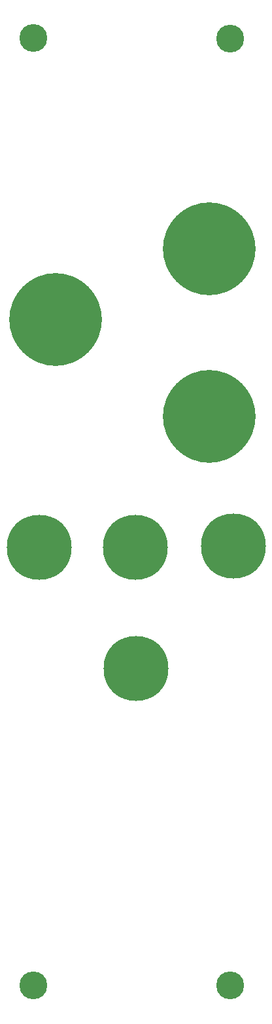
<source format=gbl>
G04 (created by PCBNEW-RS274X (2012-apr-16-27)-stable) date Thu 18 Jun 2015 01:41:52 CEST*
G01*
G70*
G90*
%MOIN*%
G04 Gerber Fmt 3.4, Leading zero omitted, Abs format*
%FSLAX34Y34*%
G04 APERTURE LIST*
%ADD10C,0.006000*%
%ADD11C,0.141700*%
%ADD12C,0.330700*%
%ADD13C,0.472400*%
G04 APERTURE END LIST*
G54D10*
G54D11*
X55970Y-68620D03*
X45955Y-68620D03*
X45955Y-20385D03*
X55970Y-20415D03*
G54D12*
X51176Y-52455D03*
X51152Y-46288D03*
X56124Y-46244D03*
X46224Y-46288D03*
G54D13*
X54892Y-39644D03*
X47075Y-34720D03*
X54914Y-31108D03*
M02*

</source>
